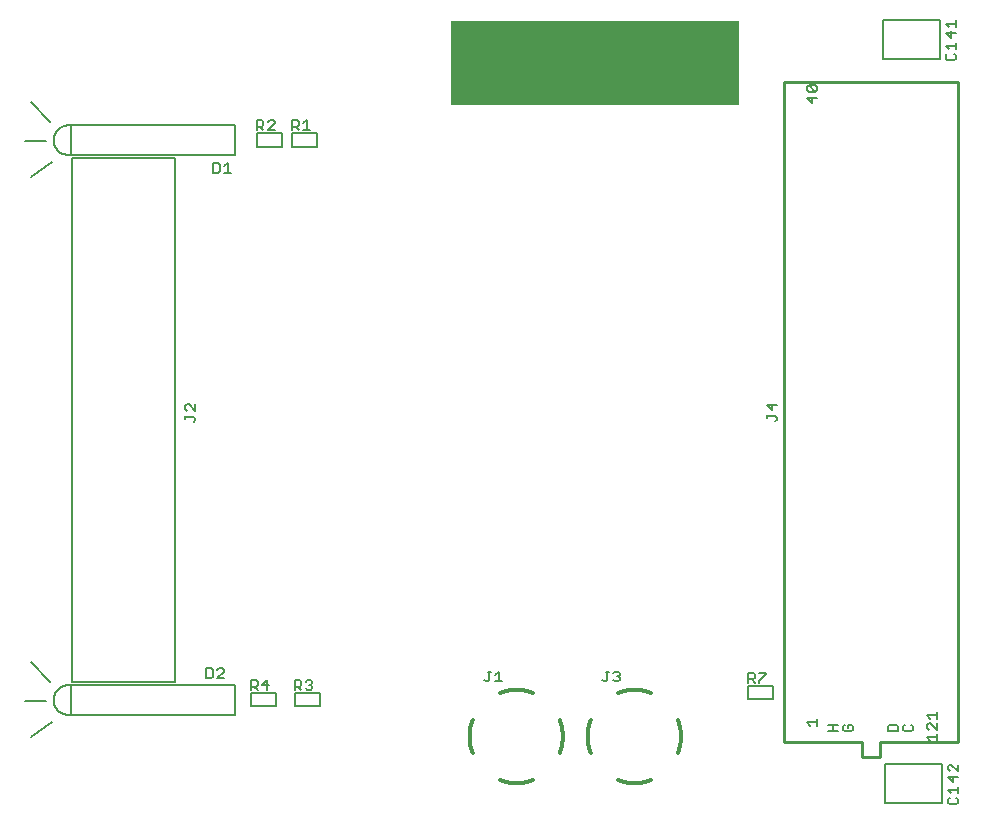
<source format=gto>
G75*
%MOIN*%
%OFA0B0*%
%FSLAX25Y25*%
%IPPOS*%
%LPD*%
%AMOC8*
5,1,8,0,0,1.08239X$1,22.5*
%
%ADD10R,0.96457X0.28346*%
%ADD11C,0.00500*%
%ADD12C,0.00700*%
%ADD13C,0.00800*%
%ADD14C,0.01200*%
%ADD15C,0.01000*%
D10*
X0251787Y0300409D03*
D11*
X0159334Y0277019D02*
X0159334Y0272619D01*
X0150934Y0272619D01*
X0150934Y0277019D01*
X0159334Y0277019D01*
X0147523Y0277019D02*
X0147523Y0272619D01*
X0139123Y0272619D01*
X0139123Y0277019D01*
X0147523Y0277019D01*
X0111827Y0268913D02*
X0111827Y0094110D01*
X0077575Y0094110D01*
X0077575Y0268913D01*
X0111827Y0268913D01*
X0347996Y0301783D02*
X0347996Y0314783D01*
X0366996Y0314783D01*
X0366996Y0301783D01*
X0347996Y0301783D01*
X0311302Y0092767D02*
X0302902Y0092767D01*
X0302902Y0088367D01*
X0311302Y0088367D01*
X0311302Y0092767D01*
X0348390Y0066752D02*
X0367390Y0066752D01*
X0367390Y0053752D01*
X0348390Y0053752D01*
X0348390Y0066752D01*
X0160121Y0086005D02*
X0151721Y0086005D01*
X0151721Y0090405D01*
X0160121Y0090405D01*
X0160121Y0086005D01*
X0145554Y0086005D02*
X0137154Y0086005D01*
X0137154Y0090405D01*
X0145554Y0090405D01*
X0145554Y0086005D01*
D12*
X0142539Y0091555D02*
X0142539Y0094858D01*
X0140887Y0093206D01*
X0143089Y0093206D01*
X0139406Y0093206D02*
X0138856Y0092656D01*
X0137204Y0092656D01*
X0138305Y0092656D02*
X0139406Y0091555D01*
X0139406Y0093206D02*
X0139406Y0094307D01*
X0138856Y0094858D01*
X0137204Y0094858D01*
X0137204Y0091555D01*
X0128198Y0095374D02*
X0125996Y0095374D01*
X0128198Y0097575D01*
X0128198Y0098126D01*
X0127647Y0098676D01*
X0126546Y0098676D01*
X0125996Y0098126D01*
X0124514Y0098126D02*
X0123964Y0098676D01*
X0122313Y0098676D01*
X0122313Y0095374D01*
X0123964Y0095374D01*
X0124514Y0095924D01*
X0124514Y0098126D01*
X0151771Y0094858D02*
X0153423Y0094858D01*
X0153973Y0094307D01*
X0153973Y0093206D01*
X0153423Y0092656D01*
X0151771Y0092656D01*
X0152872Y0092656D02*
X0153973Y0091555D01*
X0155454Y0092105D02*
X0156005Y0091555D01*
X0157106Y0091555D01*
X0157656Y0092105D01*
X0157656Y0092656D01*
X0157106Y0093206D01*
X0156555Y0093206D01*
X0157106Y0093206D02*
X0157656Y0093757D01*
X0157656Y0094307D01*
X0157106Y0094858D01*
X0156005Y0094858D01*
X0155454Y0094307D01*
X0151771Y0094858D02*
X0151771Y0091555D01*
X0214956Y0094900D02*
X0215507Y0094350D01*
X0216057Y0094350D01*
X0216608Y0094900D01*
X0216608Y0097653D01*
X0217158Y0097653D02*
X0216057Y0097653D01*
X0218639Y0096552D02*
X0219740Y0097653D01*
X0219740Y0094350D01*
X0218639Y0094350D02*
X0220841Y0094350D01*
X0254326Y0094900D02*
X0254877Y0094350D01*
X0255427Y0094350D01*
X0255978Y0094900D01*
X0255978Y0097653D01*
X0256528Y0097653D02*
X0255427Y0097653D01*
X0258010Y0097102D02*
X0258560Y0097653D01*
X0259661Y0097653D01*
X0260211Y0097102D01*
X0260211Y0096552D01*
X0259661Y0096001D01*
X0260211Y0095451D01*
X0260211Y0094900D01*
X0259661Y0094350D01*
X0258560Y0094350D01*
X0258010Y0094900D01*
X0259110Y0096001D02*
X0259661Y0096001D01*
X0302952Y0095018D02*
X0304604Y0095018D01*
X0305154Y0095568D01*
X0305154Y0096669D01*
X0304604Y0097220D01*
X0302952Y0097220D01*
X0302952Y0093917D01*
X0304053Y0095018D02*
X0305154Y0093917D01*
X0306636Y0093917D02*
X0306636Y0094467D01*
X0308837Y0096669D01*
X0308837Y0097220D01*
X0306636Y0097220D01*
X0322564Y0080719D02*
X0325867Y0080719D01*
X0325867Y0079618D02*
X0325867Y0081820D01*
X0323665Y0079618D02*
X0322564Y0080719D01*
X0329564Y0079978D02*
X0332867Y0079978D01*
X0331215Y0079978D02*
X0331215Y0077776D01*
X0329564Y0077776D02*
X0332867Y0077776D01*
X0334564Y0078327D02*
X0335114Y0077776D01*
X0337316Y0077776D01*
X0337867Y0078327D01*
X0337867Y0079428D01*
X0337316Y0079978D01*
X0336215Y0079978D01*
X0336215Y0078877D01*
X0335114Y0079978D02*
X0334564Y0079428D01*
X0334564Y0078327D01*
X0349564Y0077776D02*
X0349564Y0079428D01*
X0350114Y0079978D01*
X0352316Y0079978D01*
X0352867Y0079428D01*
X0352867Y0077776D01*
X0349564Y0077776D01*
X0354564Y0078327D02*
X0354564Y0079428D01*
X0355114Y0079978D01*
X0354564Y0078327D02*
X0355114Y0077776D01*
X0357316Y0077776D01*
X0357867Y0078327D01*
X0357867Y0079428D01*
X0357316Y0079978D01*
X0362564Y0079952D02*
X0362564Y0078851D01*
X0363114Y0078301D01*
X0362564Y0079952D02*
X0363114Y0080503D01*
X0363665Y0080503D01*
X0365867Y0078301D01*
X0365867Y0080503D01*
X0365867Y0081984D02*
X0365867Y0084186D01*
X0365867Y0083085D02*
X0362564Y0083085D01*
X0363665Y0081984D01*
X0365867Y0076820D02*
X0365867Y0074618D01*
X0365867Y0075719D02*
X0362564Y0075719D01*
X0363665Y0074618D01*
X0370161Y0066652D02*
X0369611Y0066102D01*
X0369611Y0065001D01*
X0370161Y0064450D01*
X0371262Y0062969D02*
X0371262Y0060767D01*
X0369611Y0062419D01*
X0372914Y0062419D01*
X0372914Y0064450D02*
X0370712Y0066652D01*
X0370161Y0066652D01*
X0372914Y0066652D02*
X0372914Y0064450D01*
X0372914Y0059286D02*
X0372914Y0057084D01*
X0372914Y0058185D02*
X0369611Y0058185D01*
X0370712Y0057084D01*
X0370161Y0055603D02*
X0369611Y0055052D01*
X0369611Y0053951D01*
X0370161Y0053401D01*
X0372363Y0053401D01*
X0372914Y0053951D01*
X0372914Y0055052D01*
X0372363Y0055603D01*
X0311981Y0181053D02*
X0312532Y0181603D01*
X0312532Y0182154D01*
X0311981Y0182704D01*
X0309229Y0182704D01*
X0309229Y0182154D02*
X0309229Y0183255D01*
X0310880Y0184736D02*
X0309229Y0186387D01*
X0312532Y0186387D01*
X0310880Y0186938D02*
X0310880Y0184736D01*
X0156869Y0278169D02*
X0154667Y0278169D01*
X0155768Y0278169D02*
X0155768Y0281472D01*
X0154667Y0280371D01*
X0153186Y0280921D02*
X0153186Y0279820D01*
X0152635Y0279270D01*
X0150984Y0279270D01*
X0152085Y0279270D02*
X0153186Y0278169D01*
X0150984Y0278169D02*
X0150984Y0281472D01*
X0152635Y0281472D01*
X0153186Y0280921D01*
X0145058Y0280921D02*
X0144507Y0281472D01*
X0143406Y0281472D01*
X0142856Y0280921D01*
X0141375Y0280921D02*
X0141375Y0279820D01*
X0140824Y0279270D01*
X0139173Y0279270D01*
X0140274Y0279270D02*
X0141375Y0278169D01*
X0142856Y0278169D02*
X0145058Y0280371D01*
X0145058Y0280921D01*
X0145058Y0278169D02*
X0142856Y0278169D01*
X0141375Y0280921D02*
X0140824Y0281472D01*
X0139173Y0281472D01*
X0139173Y0278169D01*
X0129459Y0267180D02*
X0129459Y0263878D01*
X0128358Y0263878D02*
X0130560Y0263878D01*
X0128358Y0266079D02*
X0129459Y0267180D01*
X0126877Y0266630D02*
X0126326Y0267180D01*
X0124675Y0267180D01*
X0124675Y0263878D01*
X0126326Y0263878D01*
X0126877Y0264428D01*
X0126877Y0266630D01*
X0118626Y0186680D02*
X0118626Y0184478D01*
X0116425Y0186680D01*
X0115874Y0186680D01*
X0115324Y0186129D01*
X0115324Y0185028D01*
X0115874Y0184478D01*
X0115324Y0182997D02*
X0115324Y0181896D01*
X0115324Y0182446D02*
X0118076Y0182446D01*
X0118626Y0181896D01*
X0118626Y0181345D01*
X0118076Y0180795D01*
X0322564Y0288769D02*
X0324215Y0287118D01*
X0324215Y0289320D01*
X0322564Y0288769D02*
X0325867Y0288769D01*
X0325316Y0290801D02*
X0323114Y0293003D01*
X0325316Y0293003D01*
X0325867Y0292452D01*
X0325867Y0291351D01*
X0325316Y0290801D01*
X0323114Y0290801D01*
X0322564Y0291351D01*
X0322564Y0292452D01*
X0323114Y0293003D01*
X0368824Y0301983D02*
X0369374Y0301432D01*
X0371576Y0301432D01*
X0372126Y0301983D01*
X0372126Y0303084D01*
X0371576Y0303634D01*
X0372126Y0305116D02*
X0372126Y0307317D01*
X0372126Y0306216D02*
X0368824Y0306216D01*
X0369925Y0305116D01*
X0369374Y0303634D02*
X0368824Y0303084D01*
X0368824Y0301983D01*
X0370475Y0308799D02*
X0370475Y0311001D01*
X0369925Y0312482D02*
X0368824Y0313583D01*
X0372126Y0313583D01*
X0372126Y0312482D02*
X0372126Y0314684D01*
X0372126Y0310450D02*
X0368824Y0310450D01*
X0370475Y0308799D01*
D13*
X0070748Y0080811D02*
X0063748Y0075811D01*
X0076354Y0083280D02*
X0077343Y0083283D01*
X0131906Y0083283D01*
X0131906Y0093126D01*
X0077343Y0093126D01*
X0076354Y0093130D01*
X0077343Y0093126D02*
X0077343Y0083283D01*
X0076354Y0083280D02*
X0076215Y0083282D01*
X0076075Y0083288D01*
X0075936Y0083298D01*
X0075798Y0083312D01*
X0075659Y0083329D01*
X0075522Y0083351D01*
X0075385Y0083376D01*
X0075248Y0083406D01*
X0075113Y0083439D01*
X0074979Y0083476D01*
X0074845Y0083517D01*
X0074713Y0083561D01*
X0074583Y0083610D01*
X0074453Y0083662D01*
X0074325Y0083717D01*
X0074199Y0083776D01*
X0074075Y0083839D01*
X0073952Y0083905D01*
X0073831Y0083975D01*
X0073713Y0084048D01*
X0073596Y0084125D01*
X0073482Y0084204D01*
X0073370Y0084287D01*
X0073260Y0084373D01*
X0073153Y0084462D01*
X0073048Y0084554D01*
X0072946Y0084649D01*
X0072847Y0084747D01*
X0072750Y0084848D01*
X0072657Y0084951D01*
X0072566Y0085057D01*
X0072479Y0085166D01*
X0072394Y0085276D01*
X0072313Y0085390D01*
X0072235Y0085505D01*
X0072160Y0085623D01*
X0072089Y0085742D01*
X0072021Y0085864D01*
X0071956Y0085988D01*
X0071895Y0086113D01*
X0071838Y0086240D01*
X0071784Y0086369D01*
X0071734Y0086499D01*
X0071688Y0086630D01*
X0071645Y0086763D01*
X0071606Y0086897D01*
X0071571Y0087032D01*
X0071540Y0087167D01*
X0071512Y0087304D01*
X0071489Y0087441D01*
X0071469Y0087579D01*
X0071453Y0087718D01*
X0071441Y0087857D01*
X0071433Y0087996D01*
X0071429Y0088135D01*
X0071429Y0088275D01*
X0071433Y0088414D01*
X0071441Y0088553D01*
X0071453Y0088692D01*
X0071469Y0088831D01*
X0071489Y0088969D01*
X0071512Y0089106D01*
X0071540Y0089243D01*
X0071571Y0089378D01*
X0071606Y0089513D01*
X0071645Y0089647D01*
X0071688Y0089780D01*
X0071734Y0089911D01*
X0071784Y0090041D01*
X0071838Y0090170D01*
X0071895Y0090297D01*
X0071956Y0090422D01*
X0072021Y0090546D01*
X0072089Y0090667D01*
X0072160Y0090787D01*
X0072235Y0090905D01*
X0072313Y0091020D01*
X0072394Y0091134D01*
X0072479Y0091244D01*
X0072566Y0091353D01*
X0072657Y0091459D01*
X0072750Y0091562D01*
X0072847Y0091663D01*
X0072946Y0091761D01*
X0073048Y0091856D01*
X0073153Y0091948D01*
X0073260Y0092037D01*
X0073370Y0092123D01*
X0073482Y0092206D01*
X0073596Y0092285D01*
X0073713Y0092362D01*
X0073831Y0092435D01*
X0073952Y0092505D01*
X0074075Y0092571D01*
X0074199Y0092634D01*
X0074325Y0092693D01*
X0074453Y0092748D01*
X0074583Y0092800D01*
X0074713Y0092849D01*
X0074845Y0092893D01*
X0074979Y0092934D01*
X0075113Y0092971D01*
X0075248Y0093004D01*
X0075385Y0093034D01*
X0075522Y0093059D01*
X0075659Y0093081D01*
X0075798Y0093098D01*
X0075936Y0093112D01*
X0076075Y0093122D01*
X0076215Y0093128D01*
X0076354Y0093130D01*
X0070248Y0094311D02*
X0063748Y0100811D01*
X0061748Y0087811D02*
X0068748Y0087811D01*
X0063748Y0262425D02*
X0070748Y0267425D01*
X0076354Y0269894D02*
X0077343Y0269898D01*
X0131906Y0269898D01*
X0131906Y0279740D01*
X0077343Y0279740D01*
X0076354Y0279744D01*
X0077343Y0279740D02*
X0077343Y0269898D01*
X0076354Y0269894D02*
X0076215Y0269896D01*
X0076075Y0269902D01*
X0075936Y0269912D01*
X0075798Y0269926D01*
X0075659Y0269943D01*
X0075522Y0269965D01*
X0075385Y0269990D01*
X0075248Y0270020D01*
X0075113Y0270053D01*
X0074979Y0270090D01*
X0074845Y0270131D01*
X0074713Y0270175D01*
X0074583Y0270224D01*
X0074453Y0270276D01*
X0074325Y0270331D01*
X0074199Y0270390D01*
X0074075Y0270453D01*
X0073952Y0270519D01*
X0073831Y0270589D01*
X0073713Y0270662D01*
X0073596Y0270739D01*
X0073482Y0270818D01*
X0073370Y0270901D01*
X0073260Y0270987D01*
X0073153Y0271076D01*
X0073048Y0271168D01*
X0072946Y0271263D01*
X0072847Y0271361D01*
X0072750Y0271462D01*
X0072657Y0271565D01*
X0072566Y0271671D01*
X0072479Y0271780D01*
X0072394Y0271890D01*
X0072313Y0272004D01*
X0072235Y0272119D01*
X0072160Y0272237D01*
X0072089Y0272357D01*
X0072021Y0272478D01*
X0071956Y0272602D01*
X0071895Y0272727D01*
X0071838Y0272854D01*
X0071784Y0272983D01*
X0071734Y0273113D01*
X0071688Y0273244D01*
X0071645Y0273377D01*
X0071606Y0273511D01*
X0071571Y0273646D01*
X0071540Y0273781D01*
X0071512Y0273918D01*
X0071489Y0274055D01*
X0071469Y0274193D01*
X0071453Y0274332D01*
X0071441Y0274471D01*
X0071433Y0274610D01*
X0071429Y0274749D01*
X0071429Y0274889D01*
X0071433Y0275028D01*
X0071441Y0275167D01*
X0071453Y0275306D01*
X0071469Y0275445D01*
X0071489Y0275583D01*
X0071512Y0275720D01*
X0071540Y0275857D01*
X0071571Y0275992D01*
X0071606Y0276127D01*
X0071645Y0276261D01*
X0071688Y0276394D01*
X0071734Y0276525D01*
X0071784Y0276655D01*
X0071838Y0276784D01*
X0071895Y0276911D01*
X0071956Y0277036D01*
X0072021Y0277160D01*
X0072089Y0277282D01*
X0072160Y0277401D01*
X0072235Y0277519D01*
X0072313Y0277634D01*
X0072394Y0277748D01*
X0072479Y0277858D01*
X0072566Y0277967D01*
X0072657Y0278073D01*
X0072750Y0278176D01*
X0072847Y0278277D01*
X0072946Y0278375D01*
X0073048Y0278470D01*
X0073153Y0278562D01*
X0073260Y0278651D01*
X0073370Y0278737D01*
X0073482Y0278820D01*
X0073596Y0278899D01*
X0073713Y0278976D01*
X0073831Y0279049D01*
X0073952Y0279119D01*
X0074075Y0279185D01*
X0074199Y0279248D01*
X0074325Y0279307D01*
X0074453Y0279362D01*
X0074583Y0279414D01*
X0074713Y0279463D01*
X0074845Y0279507D01*
X0074979Y0279548D01*
X0075113Y0279585D01*
X0075248Y0279618D01*
X0075385Y0279648D01*
X0075522Y0279673D01*
X0075659Y0279695D01*
X0075798Y0279712D01*
X0075936Y0279726D01*
X0076075Y0279736D01*
X0076215Y0279742D01*
X0076354Y0279744D01*
X0070248Y0280925D02*
X0063748Y0287425D01*
X0061748Y0274425D02*
X0068748Y0274425D01*
D14*
X0220106Y0090500D02*
X0220433Y0090631D01*
X0220764Y0090754D01*
X0221098Y0090868D01*
X0221434Y0090975D01*
X0221773Y0091073D01*
X0222114Y0091163D01*
X0222457Y0091244D01*
X0222802Y0091317D01*
X0223149Y0091382D01*
X0223497Y0091438D01*
X0223847Y0091485D01*
X0224197Y0091524D01*
X0224549Y0091554D01*
X0224901Y0091576D01*
X0225253Y0091589D01*
X0225606Y0091593D01*
X0225959Y0091589D01*
X0226311Y0091576D01*
X0226663Y0091554D01*
X0227015Y0091524D01*
X0227365Y0091485D01*
X0227715Y0091438D01*
X0228063Y0091382D01*
X0228410Y0091317D01*
X0228755Y0091244D01*
X0229098Y0091163D01*
X0229439Y0091073D01*
X0229778Y0090975D01*
X0230114Y0090868D01*
X0230448Y0090754D01*
X0230779Y0090631D01*
X0231106Y0090500D01*
X0240106Y0081500D02*
X0240236Y0081160D01*
X0240358Y0080818D01*
X0240471Y0080473D01*
X0240576Y0080125D01*
X0240672Y0079774D01*
X0240759Y0079422D01*
X0240838Y0079067D01*
X0240909Y0078710D01*
X0240970Y0078352D01*
X0241023Y0077993D01*
X0241067Y0077632D01*
X0241103Y0077270D01*
X0241129Y0076908D01*
X0241147Y0076545D01*
X0241156Y0076182D01*
X0241156Y0075818D01*
X0241147Y0075455D01*
X0241129Y0075092D01*
X0241103Y0074730D01*
X0241067Y0074368D01*
X0241023Y0074007D01*
X0240970Y0073648D01*
X0240909Y0073290D01*
X0240838Y0072933D01*
X0240759Y0072578D01*
X0240672Y0072226D01*
X0240576Y0071875D01*
X0240471Y0071527D01*
X0240358Y0071182D01*
X0240236Y0070840D01*
X0240106Y0070500D01*
X0231106Y0061500D02*
X0230779Y0061369D01*
X0230448Y0061246D01*
X0230114Y0061132D01*
X0229778Y0061025D01*
X0229439Y0060927D01*
X0229098Y0060837D01*
X0228755Y0060756D01*
X0228410Y0060683D01*
X0228063Y0060618D01*
X0227715Y0060562D01*
X0227365Y0060515D01*
X0227015Y0060476D01*
X0226663Y0060446D01*
X0226311Y0060424D01*
X0225959Y0060411D01*
X0225606Y0060407D01*
X0225253Y0060411D01*
X0224901Y0060424D01*
X0224549Y0060446D01*
X0224197Y0060476D01*
X0223847Y0060515D01*
X0223497Y0060562D01*
X0223149Y0060618D01*
X0222802Y0060683D01*
X0222457Y0060756D01*
X0222114Y0060837D01*
X0221773Y0060927D01*
X0221434Y0061025D01*
X0221098Y0061132D01*
X0220764Y0061246D01*
X0220433Y0061369D01*
X0220106Y0061500D01*
X0211107Y0070500D02*
X0210977Y0070840D01*
X0210855Y0071182D01*
X0210742Y0071527D01*
X0210637Y0071875D01*
X0210541Y0072226D01*
X0210454Y0072578D01*
X0210375Y0072933D01*
X0210304Y0073290D01*
X0210243Y0073648D01*
X0210190Y0074007D01*
X0210146Y0074368D01*
X0210110Y0074730D01*
X0210084Y0075092D01*
X0210066Y0075455D01*
X0210057Y0075818D01*
X0210057Y0076182D01*
X0210066Y0076545D01*
X0210084Y0076908D01*
X0210110Y0077270D01*
X0210146Y0077632D01*
X0210190Y0077993D01*
X0210243Y0078352D01*
X0210304Y0078710D01*
X0210375Y0079067D01*
X0210454Y0079422D01*
X0210541Y0079774D01*
X0210637Y0080125D01*
X0210742Y0080473D01*
X0210855Y0080818D01*
X0210977Y0081160D01*
X0211107Y0081500D01*
X0250477Y0081500D02*
X0250347Y0081160D01*
X0250225Y0080818D01*
X0250112Y0080473D01*
X0250007Y0080125D01*
X0249911Y0079774D01*
X0249824Y0079422D01*
X0249745Y0079067D01*
X0249674Y0078710D01*
X0249613Y0078352D01*
X0249560Y0077993D01*
X0249516Y0077632D01*
X0249480Y0077270D01*
X0249454Y0076908D01*
X0249436Y0076545D01*
X0249427Y0076182D01*
X0249427Y0075818D01*
X0249436Y0075455D01*
X0249454Y0075092D01*
X0249480Y0074730D01*
X0249516Y0074368D01*
X0249560Y0074007D01*
X0249613Y0073648D01*
X0249674Y0073290D01*
X0249745Y0072933D01*
X0249824Y0072578D01*
X0249911Y0072226D01*
X0250007Y0071875D01*
X0250112Y0071527D01*
X0250225Y0071182D01*
X0250347Y0070840D01*
X0250477Y0070500D01*
X0259476Y0061500D02*
X0259803Y0061369D01*
X0260134Y0061246D01*
X0260468Y0061132D01*
X0260804Y0061025D01*
X0261143Y0060927D01*
X0261484Y0060837D01*
X0261827Y0060756D01*
X0262172Y0060683D01*
X0262519Y0060618D01*
X0262867Y0060562D01*
X0263217Y0060515D01*
X0263567Y0060476D01*
X0263919Y0060446D01*
X0264271Y0060424D01*
X0264623Y0060411D01*
X0264976Y0060407D01*
X0265329Y0060411D01*
X0265681Y0060424D01*
X0266033Y0060446D01*
X0266385Y0060476D01*
X0266735Y0060515D01*
X0267085Y0060562D01*
X0267433Y0060618D01*
X0267780Y0060683D01*
X0268125Y0060756D01*
X0268468Y0060837D01*
X0268809Y0060927D01*
X0269148Y0061025D01*
X0269484Y0061132D01*
X0269818Y0061246D01*
X0270149Y0061369D01*
X0270476Y0061500D01*
X0279476Y0070500D02*
X0279606Y0070840D01*
X0279728Y0071182D01*
X0279841Y0071527D01*
X0279946Y0071875D01*
X0280042Y0072226D01*
X0280129Y0072578D01*
X0280208Y0072933D01*
X0280279Y0073290D01*
X0280340Y0073648D01*
X0280393Y0074007D01*
X0280437Y0074368D01*
X0280473Y0074730D01*
X0280499Y0075092D01*
X0280517Y0075455D01*
X0280526Y0075818D01*
X0280526Y0076182D01*
X0280517Y0076545D01*
X0280499Y0076908D01*
X0280473Y0077270D01*
X0280437Y0077632D01*
X0280393Y0077993D01*
X0280340Y0078352D01*
X0280279Y0078710D01*
X0280208Y0079067D01*
X0280129Y0079422D01*
X0280042Y0079774D01*
X0279946Y0080125D01*
X0279841Y0080473D01*
X0279728Y0080818D01*
X0279606Y0081160D01*
X0279476Y0081500D01*
X0270476Y0090500D02*
X0270149Y0090631D01*
X0269818Y0090754D01*
X0269484Y0090868D01*
X0269148Y0090975D01*
X0268809Y0091073D01*
X0268468Y0091163D01*
X0268125Y0091244D01*
X0267780Y0091317D01*
X0267433Y0091382D01*
X0267085Y0091438D01*
X0266735Y0091485D01*
X0266385Y0091524D01*
X0266033Y0091554D01*
X0265681Y0091576D01*
X0265329Y0091589D01*
X0264976Y0091593D01*
X0264623Y0091589D01*
X0264271Y0091576D01*
X0263919Y0091554D01*
X0263567Y0091524D01*
X0263217Y0091485D01*
X0262867Y0091438D01*
X0262519Y0091382D01*
X0262172Y0091317D01*
X0261827Y0091244D01*
X0261484Y0091163D01*
X0261143Y0091073D01*
X0260804Y0090975D01*
X0260468Y0090868D01*
X0260134Y0090754D01*
X0259803Y0090631D01*
X0259476Y0090500D01*
D15*
X0314717Y0074268D02*
X0314717Y0294268D01*
X0372717Y0294268D01*
X0372717Y0074268D01*
X0346717Y0074268D01*
X0346717Y0069268D01*
X0340717Y0069268D01*
X0340717Y0074268D01*
X0314717Y0074268D01*
X0318717Y0074268D02*
X0340717Y0074268D01*
X0340717Y0069268D01*
X0346717Y0069268D01*
X0346717Y0074268D01*
X0368717Y0074268D01*
X0368717Y0294268D02*
X0318717Y0294268D01*
M02*

</source>
